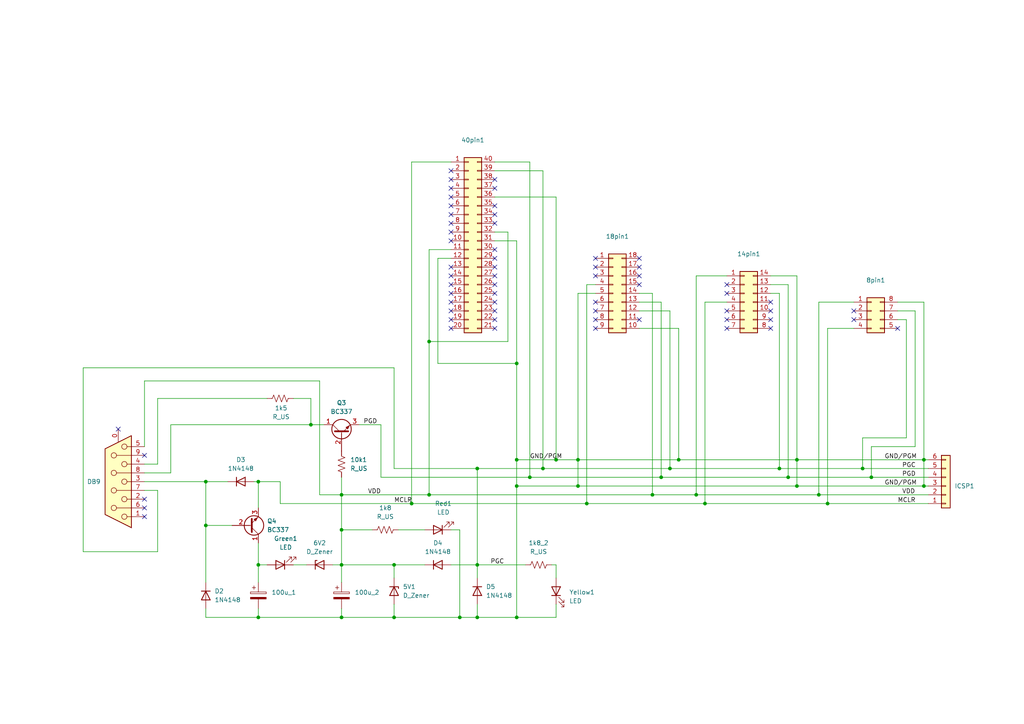
<source format=kicad_sch>
(kicad_sch (version 20231120) (generator "eeschema") (generator_version "8.0")
  (paper "A4")
  (title_block (title "PIC JDM Programmer") (date "2024-07-07") (rev "1") (company "Arthur Melo"))
  (lib_symbols
    (symbol "Connector:DE9_Receptacle_MountingHoles" (pin_names (offset 1.016) hide)
      (property "Reference" "J" (at 0 16.51 0))
      (property "Value" "DE9_Receptacle_MountingHoles" (at 0 14.605 0))
      (symbol "DE9_Receptacle_MountingHoles_0_1"
        (circle (center -1.778 -10.16) (radius 0.762))
        (circle (center -1.778 -5.08) (radius 0.762))
        (circle (center -1.778 0) (radius 0.762))
        (circle (center -1.778 5.08) (radius 0.762))
        (circle (center -1.778 10.16) (radius 0.762))
        (polyline (pts (xy -3.81 -10.16) (xy -2.54 -10.16)))
        (polyline (pts (xy -3.81 -7.62) (xy 0.508 -7.62)))
        (polyline (pts (xy -3.81 -5.08) (xy -2.54 -5.08)))
        (polyline (pts (xy -3.81 -2.54) (xy 0.508 -2.54)))
        (polyline (pts (xy -3.81 0) (xy -2.54 0)))
        (polyline (pts (xy -3.81 2.54) (xy 0.508 2.54)))
        (polyline (pts (xy -3.81 5.08) (xy -2.54 5.08)))
        (polyline (pts (xy -3.81 7.62) (xy 0.508 7.62)))
        (polyline (pts (xy -3.81 10.16) (xy -2.54 10.16)))
        (polyline (pts (xy -3.81 13.335) (xy -3.81 -13.335) (xy 3.81 -9.525) (xy 3.81 9.525) (xy -3.81 13.335)) (stroke (width 0.254)) (fill (type background)))
        (circle (center 1.27 -7.62) (radius 0.762))
        (circle (center 1.27 -2.54) (radius 0.762))
        (circle (center 1.27 2.54) (radius 0.762))
        (circle (center 1.27 7.62) (radius 0.762))
      )
      (symbol "DE9_Receptacle_MountingHoles_1_1"
        (pin passive line (at 0 -15.24 90) (length 3.81) (name "PAD") (number "0"))
        (pin passive line (at -7.62 10.16 0) (length 3.81) (name "1") (number "1"))
        (pin passive line (at -7.62 5.08 0) (length 3.81) (name "2") (number "2"))
        (pin passive line (at -7.62 0 0) (length 3.81) (name "3") (number "3"))
        (pin passive line (at -7.62 -5.08 0) (length 3.81) (name "4") (number "4"))
        (pin passive line (at -7.62 -10.16 0) (length 3.81) (name "5") (number "5"))
        (pin passive line (at -7.62 7.62 0) (length 3.81) (name "6") (number "6"))
        (pin passive line (at -7.62 2.54 0) (length 3.81) (name "7") (number "7"))
        (pin passive line (at -7.62 -2.54 0) (length 3.81) (name "8") (number "8"))
        (pin passive line (at -7.62 -7.62 0) (length 3.81) (name "9") (number "9"))
      )
    )
    (symbol "Connector_Generic:Conn_01x06" (pin_names (offset 1.016) hide)
      (property "Reference" "J" (at 0 7.62 0))
      (property "Value" "Conn_01x06" (at 0 -10.16 0))
      (symbol "Conn_01x06_1_1"
        (rectangle (start -1.27 -7.493) (end 0 -7.747) (stroke (width 0.1524)))
        (rectangle (start -1.27 -4.953) (end 0 -5.207) (stroke (width 0.1524)))
        (rectangle (start -1.27 -2.413) (end 0 -2.667) (stroke (width 0.1524)))
        (rectangle (start -1.27 0.127) (end 0 -0.127) (stroke (width 0.1524)))
        (rectangle (start -1.27 2.667) (end 0 2.413) (stroke (width 0.1524)))
        (rectangle (start -1.27 5.207) (end 0 4.953) (stroke (width 0.1524)))
        (rectangle (start -1.27 6.35) (end 1.27 -8.89) (stroke (width 0.254)) (fill (type background)))
        (pin passive line (at -5.08 5.08 0) (length 3.81) (name "Pin_1") (number "1"))
        (pin passive line (at -5.08 2.54 0) (length 3.81) (name "Pin_2") (number "2"))
        (pin passive line (at -5.08 0 0) (length 3.81) (name "Pin_3") (number "3"))
        (pin passive line (at -5.08 -2.54 0) (length 3.81) (name "Pin_4") (number "4"))
        (pin passive line (at -5.08 -5.08 0) (length 3.81) (name "Pin_5") (number "5"))
        (pin passive line (at -5.08 -7.62 0) (length 3.81) (name "Pin_6") (number "6"))
      )
    )
    (symbol "Connector_Generic:Conn_02x04_Counter_Clockwise" (pin_names (offset 1.016) hide)
      (property "Reference" "J" (at 1.27 5.08 0))
      (property "Value" "Conn_02x04_Counter_Clockwise" (at 1.27 -7.62 0))
      (symbol "Conn_02x04_Counter_Clockwise_1_1"
        (rectangle (start -1.27 -4.953) (end 0 -5.207) (stroke (width 0.1524)))
        (rectangle (start -1.27 -2.413) (end 0 -2.667) (stroke (width 0.1524)))
        (rectangle (start -1.27 0.127) (end 0 -0.127) (stroke (width 0.1524)))
        (rectangle (start -1.27 2.667) (end 0 2.413) (stroke (width 0.1524)))
        (rectangle (start -1.27 3.81) (end 3.81 -6.35) (stroke (width 0.254)) (fill (type background)))
        (rectangle (start 3.81 -4.953) (end 2.54 -5.207) (stroke (width 0.1524)))
        (rectangle (start 3.81 -2.413) (end 2.54 -2.667) (stroke (width 0.1524)))
        (rectangle (start 3.81 0.127) (end 2.54 -0.127) (stroke (width 0.1524)))
        (rectangle (start 3.81 2.667) (end 2.54 2.413) (stroke (width 0.1524)))
        (pin passive line (at -5.08 2.54 0) (length 3.81) (name "Pin_1") (number "1"))
        (pin passive line (at -5.08 0 0) (length 3.81) (name "Pin_2") (number "2"))
        (pin passive line (at -5.08 -2.54 0) (length 3.81) (name "Pin_3") (number "3"))
        (pin passive line (at -5.08 -5.08 0) (length 3.81) (name "Pin_4") (number "4"))
        (pin passive line (at 7.62 -5.08 180) (length 3.81) (name "Pin_5") (number "5"))
        (pin passive line (at 7.62 -2.54 180) (length 3.81) (name "Pin_6") (number "6"))
        (pin passive line (at 7.62 0 180) (length 3.81) (name "Pin_7") (number "7"))
        (pin passive line (at 7.62 2.54 180) (length 3.81) (name "Pin_8") (number "8"))
      )
    )
    (symbol "Connector_Generic:Conn_02x07_Counter_Clockwise" (pin_names (offset 1.016) hide)
      (property "Reference" "J" (at 1.27 10.16 0))
      (property "Value" "Conn_02x07_Counter_Clockwise" (at 1.27 -10.16 0))
      (symbol "Conn_02x07_Counter_Clockwise_1_1"
        (rectangle (start -1.27 -7.493) (end 0 -7.747) (stroke (width 0.1524)))
        (rectangle (start -1.27 -4.953) (end 0 -5.207) (stroke (width 0.1524)))
        (rectangle (start -1.27 -2.413) (end 0 -2.667) (stroke (width 0.1524)))
        (rectangle (start -1.27 0.127) (end 0 -0.127) (stroke (width 0.1524)))
        (rectangle (start -1.27 2.667) (end 0 2.413) (stroke (width 0.1524)))
        (rectangle (start -1.27 5.207) (end 0 4.953) (stroke (width 0.1524)))
        (rectangle (start -1.27 7.747) (end 0 7.493) (stroke (width 0.1524)))
        (rectangle (start -1.27 8.89) (end 3.81 -8.89) (stroke (width 0.254)) (fill (type background)))
        (rectangle (start 3.81 -7.493) (end 2.54 -7.747) (stroke (width 0.1524)))
        (rectangle (start 3.81 -4.953) (end 2.54 -5.207) (stroke (width 0.1524)))
        (rectangle (start 3.81 -2.413) (end 2.54 -2.667) (stroke (width 0.1524)))
        (rectangle (start 3.81 0.127) (end 2.54 -0.127) (stroke (width 0.1524)))
        (rectangle (start 3.81 2.667) (end 2.54 2.413) (stroke (width 0.1524)))
        (rectangle (start 3.81 5.207) (end 2.54 4.953) (stroke (width 0.1524)))
        (rectangle (start 3.81 7.747) (end 2.54 7.493) (stroke (width 0.1524)))
        (pin passive line (at -5.08 7.62 0) (length 3.81) (name "Pin_1") (number "1"))
        (pin passive line (at 7.62 -2.54 180) (length 3.81) (name "Pin_10") (number "10"))
        (pin passive line (at 7.62 0 180) (length 3.81) (name "Pin_11") (number "11"))
        (pin passive line (at 7.62 2.54 180) (length 3.81) (name "Pin_12") (number "12"))
        (pin passive line (at 7.62 5.08 180) (length 3.81) (name "Pin_13") (number "13"))
        (pin passive line (at 7.62 7.62 180) (length 3.81) (name "Pin_14") (number "14"))
        (pin passive line (at -5.08 5.08 0) (length 3.81) (name "Pin_2") (number "2"))
        (pin passive line (at -5.08 2.54 0) (length 3.81) (name "Pin_3") (number "3"))
        (pin passive line (at -5.08 0 0) (length 3.81) (name "Pin_4") (number "4"))
        (pin passive line (at -5.08 -2.54 0) (length 3.81) (name "Pin_5") (number "5"))
        (pin passive line (at -5.08 -5.08 0) (length 3.81) (name "Pin_6") (number "6"))
        (pin passive line (at -5.08 -7.62 0) (length 3.81) (name "Pin_7") (number "7"))
        (pin passive line (at 7.62 -7.62 180) (length 3.81) (name "Pin_8") (number "8"))
        (pin passive line (at 7.62 -5.08 180) (length 3.81) (name "Pin_9") (number "9"))
      )
    )
    (symbol "Connector_Generic:Conn_02x09_Counter_Clockwise" (pin_names (offset 1.016) hide)
      (property "Reference" "J" (at 1.27 12.7 0))
      (property "Value" "Conn_02x09_Counter_Clockwise" (at 1.27 -12.7 0))
      (symbol "Conn_02x09_Counter_Clockwise_1_1"
        (rectangle (start -1.27 -10.033) (end 0 -10.287) (stroke (width 0.1524)))
        (rectangle (start -1.27 -7.493) (end 0 -7.747) (stroke (width 0.1524)))
        (rectangle (start -1.27 -4.953) (end 0 -5.207) (stroke (width 0.1524)))
        (rectangle (start -1.27 -2.413) (end 0 -2.667) (stroke (width 0.1524)))
        (rectangle (start -1.27 0.127) (end 0 -0.127) (stroke (width 0.1524)))
        (rectangle (start -1.27 2.667) (end 0 2.413) (stroke (width 0.1524)))
        (rectangle (start -1.27 5.207) (end 0 4.953) (stroke (width 0.1524)))
        (rectangle (start -1.27 7.747) (end 0 7.493) (stroke (width 0.1524)))
        (rectangle (start -1.27 10.287) (end 0 10.033) (stroke (width 0.1524)))
        (rectangle (start -1.27 11.43) (end 3.81 -11.43) (stroke (width 0.254)) (fill (type background)))
        (rectangle (start 3.81 -10.033) (end 2.54 -10.287) (stroke (width 0.1524)))
        (rectangle (start 3.81 -7.493) (end 2.54 -7.747) (stroke (width 0.1524)))
        (rectangle (start 3.81 -4.953) (end 2.54 -5.207) (stroke (width 0.1524)))
        (rectangle (start 3.81 -2.413) (end 2.54 -2.667) (stroke (width 0.1524)))
        (rectangle (start 3.81 0.127) (end 2.54 -0.127) (stroke (width 0.1524)))
        (rectangle (start 3.81 2.667) (end 2.54 2.413) (stroke (width 0.1524)))
        (rectangle (start 3.81 5.207) (end 2.54 4.953) (stroke (width 0.1524)))
        (rectangle (start 3.81 7.747) (end 2.54 7.493) (stroke (width 0.1524)))
        (rectangle (start 3.81 10.287) (end 2.54 10.033) (stroke (width 0.1524)))
        (pin passive line (at -5.08 10.16 0) (length 3.81) (name "Pin_1") (number "1"))
        (pin passive line (at 7.62 -10.16 180) (length 3.81) (name "Pin_10") (number "10"))
        (pin passive line (at 7.62 -7.62 180) (length 3.81) (name "Pin_11") (number "11"))
        (pin passive line (at 7.62 -5.08 180) (length 3.81) (name "Pin_12") (number "12"))
        (pin passive line (at 7.62 -2.54 180) (length 3.81) (name "Pin_13") (number "13"))
        (pin passive line (at 7.62 0 180) (length 3.81) (name "Pin_14") (number "14"))
        (pin passive line (at 7.62 2.54 180) (length 3.81) (name "Pin_15") (number "15"))
        (pin passive line (at 7.62 5.08 180) (length 3.81) (name "Pin_16") (number "16"))
        (pin passive line (at 7.62 7.62 180) (length 3.81) (name "Pin_17") (number "17"))
        (pin passive line (at 7.62 10.16 180) (length 3.81) (name "Pin_18") (number "18"))
        (pin passive line (at -5.08 7.62 0) (length 3.81) (name "Pin_2") (number "2"))
        (pin passive line (at -5.08 5.08 0) (length 3.81) (name "Pin_3") (number "3"))
        (pin passive line (at -5.08 2.54 0) (length 3.81) (name "Pin_4") (number "4"))
        (pin passive line (at -5.08 0 0) (length 3.81) (name "Pin_5") (number "5"))
        (pin passive line (at -5.08 -2.54 0) (length 3.81) (name "Pin_6") (number "6"))
        (pin passive line (at -5.08 -5.08 0) (length 3.81) (name "Pin_7") (number "7"))
        (pin passive line (at -5.08 -7.62 0) (length 3.81) (name "Pin_8") (number "8"))
        (pin passive line (at -5.08 -10.16 0) (length 3.81) (name "Pin_9") (number "9"))
      )
    )
    (symbol "Connector_Generic:Conn_02x20_Counter_Clockwise" (pin_names (offset 1.016) hide)
      (property "Reference" "J" (at 1.27 25.4 0))
      (property "Value" "Conn_02x20_Counter_Clockwise" (at 1.27 -27.94 0))
      (symbol "Conn_02x20_Counter_Clockwise_1_1"
        (rectangle (start -1.27 -25.273) (end 0 -25.527) (stroke (width 0.1524)))
        (rectangle (start -1.27 -22.733) (end 0 -22.987) (stroke (width 0.1524)))
        (rectangle (start -1.27 -20.193) (end 0 -20.447) (stroke (width 0.1524)))
        (rectangle (start -1.27 -17.653) (end 0 -17.907) (stroke (width 0.1524)))
        (rectangle (start -1.27 -15.113) (end 0 -15.367) (stroke (width 0.1524)))
        (rectangle (start -1.27 -12.573) (end 0 -12.827) (stroke (width 0.1524)))
        (rectangle (start -1.27 -10.033) (end 0 -10.287) (stroke (width 0.1524)))
        (rectangle (start -1.27 -7.493) (end 0 -7.747) (stroke (width 0.1524)))
        (rectangle (start -1.27 -4.953) (end 0 -5.207) (stroke (width 0.1524)))
        (rectangle (start -1.27 -2.413) (end 0 -2.667) (stroke (width 0.1524)))
        (rectangle (start -1.27 0.127) (end 0 -0.127) (stroke (width 0.1524)))
        (rectangle (start -1.27 2.667) (end 0 2.413) (stroke (width 0.1524)))
        (rectangle (start -1.27 5.207) (end 0 4.953) (stroke (width 0.1524)))
        (rectangle (start -1.27 7.747) (end 0 7.493) (stroke (width 0.1524)))
        (rectangle (start -1.27 10.287) (end 0 10.033) (stroke (width 0.1524)))
        (rectangle (start -1.27 12.827) (end 0 12.573) (stroke (width 0.1524)))
        (rectangle (start -1.27 15.367) (end 0 15.113) (stroke (width 0.1524)))
        (rectangle (start -1.27 17.907) (end 0 17.653) (stroke (width 0.1524)))
        (rectangle (start -1.27 20.447) (end 0 20.193) (stroke (width 0.1524)))
        (rectangle (start -1.27 22.987) (end 0 22.733) (stroke (width 0.1524)))
        (rectangle (start -1.27 24.13) (end 3.81 -26.67) (stroke (width 0.254)) (fill (type background)))
        (rectangle (start 3.81 -25.273) (end 2.54 -25.527) (stroke (width 0.1524)))
        (rectangle (start 3.81 -22.733) (end 2.54 -22.987) (stroke (width 0.1524)))
        (rectangle (start 3.81 -20.193) (end 2.54 -20.447) (stroke (width 0.1524)))
        (rectangle (start 3.81 -17.653) (end 2.54 -17.907) (stroke (width 0.1524)))
        (rectangle (start 3.81 -15.113) (end 2.54 -15.367) (stroke (width 0.1524)))
        (rectangle (start 3.81 -12.573) (end 2.54 -12.827) (stroke (width 0.1524)))
        (rectangle (start 3.81 -10.033) (end 2.54 -10.287) (stroke (width 0.1524)))
        (rectangle (start 3.81 -7.493) (end 2.54 -7.747) (stroke (width 0.1524)))
        (rectangle (start 3.81 -4.953) (end 2.54 -5.207) (stroke (width 0.1524)))
        (rectangle (start 3.81 -2.413) (end 2.54 -2.667) (stroke (width 0.1524)))
        (rectangle (start 3.81 0.127) (end 2.54 -0.127) (stroke (width 0.1524)))
        (rectangle (start 3.81 2.667) (end 2.54 2.413) (stroke (width 0.1524)))
        (rectangle (start 3.81 5.207) (end 2.54 4.953) (stroke (width 0.1524)))
        (rectangle (start 3.81 7.747) (end 2.54 7.493) (stroke (width 0.1524)))
        (rectangle (start 3.81 10.287) (end 2.54 10.033) (stroke (width 0.1524)))
        (rectangle (start 3.81 12.827) (end 2.54 12.573) (stroke (width 0.1524)))
        (rectangle (start 3.81 15.367) (end 2.54 15.113) (stroke (width 0.1524)))
        (rectangle (start 3.81 17.907) (end 2.54 17.653) (stroke (width 0.1524)))
        (rectangle (start 3.81 20.447) (end 2.54 20.193) (stroke (width 0.1524)))
        (rectangle (start 3.81 22.987) (end 2.54 22.733) (stroke (width 0.1524)))
        (pin passive line (at -5.08 22.86 0) (length 3.81) (name "Pin_1") (number "1"))
        (pin passive line (at -5.08 0 0) (length 3.81) (name "Pin_10") (number "10"))
        (pin passive line (at -5.08 -2.54 0) (length 3.81) (name "Pin_11") (number "11"))
        (pin passive line (at -5.08 -5.08 0) (length 3.81) (name "Pin_12") (number "12"))
        (pin passive line (at -5.08 -7.62 0) (length 3.81) (name "Pin_13") (number "13"))
        (pin passive line (at -5.08 -10.16 0) (length 3.81) (name "Pin_14") (number "14"))
        (pin passive line (at -5.08 -12.7 0) (length 3.81) (name "Pin_15") (number "15"))
        (pin passive line (at -5.08 -15.24 0) (length 3.81) (name "Pin_16") (number "16"))
        (pin passive line (at -5.08 -17.78 0) (length 3.81) (name "Pin_17") (number "17"))
        (pin passive line (at -5.08 -20.32 0) (length 3.81) (name "Pin_18") (number "18"))
        (pin passive line (at -5.08 -22.86 0) (length 3.81) (name "Pin_19") (number "19"))
        (pin passive line (at -5.08 20.32 0) (length 3.81) (name "Pin_2") (number "2"))
        (pin passive line (at -5.08 -25.4 0) (length 3.81) (name "Pin_20") (number "20"))
        (pin passive line (at 7.62 -25.4 180) (length 3.81) (name "Pin_21") (number "21"))
        (pin passive line (at 7.62 -22.86 180) (length 3.81) (name "Pin_22") (number "22"))
        (pin passive line (at 7.62 -20.32 180) (length 3.81) (name "Pin_23") (number "23"))
        (pin passive line (at 7.62 -17.78 180) (length 3.81) (name "Pin_24") (number "24"))
        (pin passive line (at 7.62 -15.24 180) (length 3.81) (name "Pin_25") (number "25"))
        (pin passive line (at 7.62 -12.7 180) (length 3.81) (name "Pin_26") (number "26"))
        (pin passive line (at 7.62 -10.16 180) (length 3.81) (name "Pin_27") (number "27"))
        (pin passive line (at 7.62 -7.62 180) (length 3.81) (name "Pin_28") (number "28"))
        (pin passive line (at 7.62 -5.08 180) (length 3.81) (name "Pin_29") (number "29"))
        (pin passive line (at -5.08 17.78 0) (length 3.81) (name "Pin_3") (number "3"))
        (pin passive line (at 7.62 -2.54 180) (length 3.81) (name "Pin_30") (number "30"))
        (pin passive line (at 7.62 0 180) (length 3.81) (name "Pin_31") (number "31"))
        (pin passive line (at 7.62 2.54 180) (length 3.81) (name "Pin_32") (number "32"))
        (pin passive line (at 7.62 5.08 180) (length 3.81) (name "Pin_33") (number "33"))
        (pin passive line (at 7.62 7.62 180) (length 3.81) (name "Pin_34") (number "34"))
        (pin passive line (at 7.62 10.16 180) (length 3.81) (name "Pin_35") (number "35"))
        (pin passive line (at 7.62 12.7 180) (length 3.81) (name "Pin_36") (number "36"))
        (pin passive line (at 7.62 15.24 180) (length 3.81) (name "Pin_37") (number "37"))
        (pin passive line (at 7.62 17.78 180) (length 3.81) (name "Pin_38") (number "38"))
        (pin passive line (at 7.62 20.32 180) (length 3.81) (name "Pin_39") (number "39"))
        (pin passive line (at -5.08 15.24 0) (length 3.81) (name "Pin_4") (number "4"))
        (pin passive line (at 7.62 22.86 180) (length 3.81) (name "Pin_40") (number "40"))
        (pin passive line (at -5.08 12.7 0) (length 3.81) (name "Pin_5") (number "5"))
        (pin passive line (at -5.08 10.16 0) (length 3.81) (name "Pin_6") (number "6"))
        (pin passive line (at -5.08 7.62 0) (length 3.81) (name "Pin_7") (number "7"))
        (pin passive line (at -5.08 5.08 0) (length 3.81) (name "Pin_8") (number "8"))
        (pin passive line (at -5.08 2.54 0) (length 3.81) (name "Pin_9") (number "9"))
      )
    )
    (symbol "Device:C_Polarized" (pin_numbers hide) (pin_names (offset 0.254))
      (property "Reference" "C" (at 0.635 2.54 0))
      (property "Value" "C_Polarized" (at 0.635 -2.54 0))
      (symbol "C_Polarized_0_1"
        (rectangle (start -2.286 0.508) (end 2.286 1.016))
        (polyline (pts (xy -1.778 2.286) (xy -0.762 2.286)))
        (polyline (pts (xy -1.27 2.794) (xy -1.27 1.778)))
        (rectangle (start 2.286 -0.508) (end -2.286 -1.016) (fill (type outline)))
      )
      (symbol "C_Polarized_1_1"
        (pin passive line (at 0 3.81 270) (length 2.794) (name "~") (number "1"))
        (pin passive line (at 0 -3.81 90) (length 2.794) (name "~") (number "2"))
      )
    )
    (symbol "Device:D_Zener" (pin_numbers hide) (pin_names (offset 1.016) hide)
      (property "Reference" "D" (at 0 2.54 0))
      (property "Value" "D_Zener" (at 0 -2.54 0))
      (symbol "D_Zener_0_1"
        (polyline (pts (xy 1.27 0) (xy -1.27 0)))
        (polyline (pts (xy -1.27 -1.27) (xy -1.27 1.27) (xy -0.762 1.27)) (stroke (width 0.254)))
        (polyline (pts (xy 1.27 -1.27) (xy 1.27 1.27) (xy -1.27 0) (xy 1.27 -1.27)) (stroke (width 0.254)))
      )
      (symbol "D_Zener_1_1"
        (pin passive line (at -3.81 0 0) (length 2.54) (name "K") (number "1"))
        (pin passive line (at 3.81 0 180) (length 2.54) (name "A") (number "2"))
      )
    )
    (symbol "Device:LED" (pin_numbers hide) (pin_names (offset 1.016) hide)
      (property "Reference" "D" (at 0 2.54 0))
      (property "Value" "LED" (at 0 -2.54 0))
      (symbol "LED_0_1"
        (polyline (pts (xy -1.27 -1.27) (xy -1.27 1.27)) (stroke (width 0.254)))
        (polyline (pts (xy -1.27 0) (xy 1.27 0)))
        (polyline (pts (xy 1.27 -1.27) (xy 1.27 1.27) (xy -1.27 0) (xy 1.27 -1.27)) (stroke (width 0.254)))
        (polyline (pts (xy -3.048 -0.762) (xy -4.572 -2.286) (xy -3.81 -2.286) (xy -4.572 -2.286) (xy -4.572 -1.524)))
        (polyline (pts (xy -1.778 -0.762) (xy -3.302 -2.286) (xy -2.54 -2.286) (xy -3.302 -2.286) (xy -3.302 -1.524)))
      )
      (symbol "LED_1_1"
        (pin passive line (at -3.81 0 0) (length 2.54) (name "K") (number "1"))
        (pin passive line (at 3.81 0 180) (length 2.54) (name "A") (number "2"))
      )
    )
    (symbol "Device:R_US" (pin_numbers hide) (pin_names (offset 0))
      (property "Reference" "R" (at 2.54 0 90))
      (property "Value" "R_US" (at -2.54 0 90))
      (symbol "R_US_0_1"
        (polyline (pts (xy 0 -2.286) (xy 0 -2.54)))
        (polyline (pts (xy 0 2.286) (xy 0 2.54)))
        (polyline (pts (xy 0 -0.762) (xy 1.016 -1.143) (xy 0 -1.524) (xy -1.016 -1.905) (xy 0 -2.286)))
        (polyline (pts (xy 0 0.762) (xy 1.016 0.381) (xy 0 0) (xy -1.016 -0.381) (xy 0 -0.762)))
        (polyline (pts (xy 0 2.286) (xy 1.016 1.905) (xy 0 1.524) (xy -1.016 1.143) (xy 0 0.762)))
      )
      (symbol "R_US_1_1"
        (pin passive line (at 0 3.81 270) (length 1.27) (name "~") (number "1"))
        (pin passive line (at 0 -3.81 90) (length 1.27) (name "~") (number "2"))
      )
    )
    (symbol "Diode:1N4148" (pin_numbers hide) (pin_names hide)
      (property "Reference" "D" (at 0 2.54 0))
      (property "Value" "1N4148" (at 0 -2.54 0))
      (symbol "1N4148_0_1"
        (polyline (pts (xy -1.27 1.27) (xy -1.27 -1.27)) (stroke (width 0.254)))
        (polyline (pts (xy 1.27 0) (xy -1.27 0)))
        (polyline (pts (xy 1.27 1.27) (xy 1.27 -1.27) (xy -1.27 0) (xy 1.27 1.27)) (stroke (width 0.254)))
      )
      (symbol "1N4148_1_1"
        (pin passive line (at -3.81 0 0) (length 2.54) (name "K") (number "1"))
        (pin passive line (at 3.81 0 180) (length 2.54) (name "A") (number "2"))
      )
    )
    (symbol "Transistor_BJT:BC337" (pin_names (offset 0) hide)
      (property "Reference" "Q" (at 5.08 1.905 0))
      (property "Value" "BC337" (at 5.08 0 0))
      (symbol "BC337_0_1"
        (polyline (pts (xy 0 0) (xy 0.635 0)))
        (polyline (pts (xy 0.635 0.635) (xy 2.54 2.54)))
        (polyline (pts (xy 0.635 -0.635) (xy 2.54 -2.54) (xy 2.54 -2.54)))
        (polyline (pts (xy 0.635 1.905) (xy 0.635 -1.905) (xy 0.635 -1.905)) (stroke (width 0.508)))
        (polyline (pts (xy 1.27 -1.778) (xy 1.778 -1.27) (xy 2.286 -2.286) (xy 1.27 -1.778) (xy 1.27 -1.778)) (fill (type outline)))
        (circle (center 1.27 0) (radius 2.8194) (stroke (width 0.254)))
      )
      (symbol "BC337_1_1"
        (pin passive line (at 2.54 5.08 270) (length 2.54) (name "C") (number "1"))
        (pin input line (at -5.08 0 0) (length 5.08) (name "B") (number "2"))
        (pin passive line (at 2.54 -5.08 90) (length 2.54) (name "E") (number "3"))
      )
    )
  )
  (junction (at 153.67 138.43))
  (junction (at 170.18 146.05))
  (junction (at 267.97 133.35))
  (junction (at 114.3 179.07))
  (junction (at 149.86 179.07))
  (junction (at 189.23 143.51))
  (junction (at 231.14 140.97))
  (junction (at 228.6 138.43))
  (junction (at 226.06 135.89))
  (junction (at 138.43 179.07))
  (junction (at 252.73 138.43))
  (junction (at 124.46 143.51))
  (junction (at 194.31 135.89))
  (junction (at 138.43 135.89))
  (junction (at 119.38 146.05))
  (junction (at 149.86 133.35))
  (junction (at 250.19 135.89))
  (junction (at 74.93 179.07))
  (junction (at 231.14 133.35))
  (junction (at 167.64 133.35))
  (junction (at 191.77 138.43))
  (junction (at 240.03 146.05))
  (junction (at 59.69 139.7))
  (junction (at 99.06 143.51))
  (junction (at 167.64 140.97))
  (junction (at 149.86 105.41))
  (junction (at 196.85 133.35))
  (junction (at 201.93 143.51))
  (junction (at 99.06 179.07))
  (junction (at 90.17 123.19))
  (junction (at 74.93 163.83))
  (junction (at 267.97 140.97))
  (junction (at 157.48 135.89))
  (junction (at 149.86 140.97))
  (junction (at 133.35 179.07))
  (junction (at 161.29 133.35))
  (junction (at 99.06 163.83))
  (junction (at 204.47 146.05))
  (junction (at 138.43 163.83))
  (junction (at 237.49 143.51))
  (junction (at 59.69 152.4))
  (junction (at 99.06 153.67))
  (junction (at 74.93 139.7))
  (junction (at 124.46 99.06))
  (junction (at 114.3 163.83))
  (no_connect (at 143.51 87.63))
  (no_connect (at 130.81 67.31))
  (no_connect (at 41.91 149.86))
  (no_connect (at 172.72 90.17))
  (no_connect (at 185.42 82.55))
  (no_connect (at 210.82 92.71))
  (no_connect (at 130.81 49.53))
  (no_connect (at 210.82 95.25))
  (no_connect (at 130.81 92.71))
  (no_connect (at 260.35 95.25))
  (no_connect (at 130.81 82.55))
  (no_connect (at 130.81 59.69))
  (no_connect (at 130.81 54.61))
  (no_connect (at 185.42 92.71))
  (no_connect (at 130.81 90.17))
  (no_connect (at 172.72 87.63))
  (no_connect (at 223.52 92.71))
  (no_connect (at 185.42 74.93))
  (no_connect (at 247.65 90.17))
  (no_connect (at 130.81 80.01))
  (no_connect (at 41.91 144.78))
  (no_connect (at 143.51 92.71))
  (no_connect (at 223.52 87.63))
  (no_connect (at 185.42 77.47))
  (no_connect (at 143.51 59.69))
  (no_connect (at 143.51 72.39))
  (no_connect (at 143.51 90.17))
  (no_connect (at 41.91 132.08))
  (no_connect (at 143.51 74.93))
  (no_connect (at 210.82 90.17))
  (no_connect (at 34.29 124.46))
  (no_connect (at 210.82 82.55))
  (no_connect (at 172.72 77.47))
  (no_connect (at 185.42 80.01))
  (no_connect (at 130.81 69.85))
  (no_connect (at 130.81 52.07))
  (no_connect (at 130.81 85.09))
  (no_connect (at 130.81 87.63))
  (no_connect (at 130.81 77.47))
  (no_connect (at 143.51 95.25))
  (no_connect (at 172.72 92.71))
  (no_connect (at 172.72 80.01))
  (no_connect (at 130.81 64.77))
  (no_connect (at 172.72 74.93))
  (no_connect (at 130.81 62.23))
  (no_connect (at 143.51 85.09))
  (no_connect (at 143.51 62.23))
  (no_connect (at 143.51 54.61))
  (no_connect (at 223.52 95.25))
  (no_connect (at 247.65 92.71))
  (no_connect (at 210.82 85.09))
  (no_connect (at 172.72 95.25))
  (no_connect (at 143.51 52.07))
  (no_connect (at 130.81 95.25))
  (no_connect (at 223.52 90.17))
  (no_connect (at 143.51 64.77))
  (no_connect (at 130.81 57.15))
  (no_connect (at 143.51 80.01))
  (no_connect (at 143.51 82.55))
  (no_connect (at 143.51 77.47))
  (no_connect (at 41.91 147.32))
  (wire (pts (xy 45.72 115.57) (xy 45.72 134.62)))
  (wire (pts (xy 41.91 139.7) (xy 59.69 139.7)))
  (wire (pts (xy 223.52 82.55) (xy 228.6 82.55)))
  (wire (pts (xy 250.19 135.89) (xy 269.24 135.89)))
  (wire (pts (xy 228.6 138.43) (xy 191.77 138.43)))
  (wire (pts (xy 143.51 57.15) (xy 161.29 57.15)))
  (wire (pts (xy 143.51 67.31) (xy 147.32 67.31)))
  (wire (pts (xy 130.81 46.99) (xy 119.38 46.99)))
  (wire (pts (xy 45.72 115.57) (xy 77.47 115.57)))
  (wire (pts (xy 41.91 137.16) (xy 49.53 137.16)))
  (wire (pts (xy 99.06 153.67) (xy 99.06 163.83)))
  (wire (pts (xy 231.14 133.35) (xy 231.14 140.97)))
  (wire (pts (xy 260.35 90.17) (xy 265.43 90.17)))
  (wire (pts (xy 262.89 92.71) (xy 262.89 127)))
  (wire (pts (xy 114.3 135.89) (xy 114.3 106.68)))
  (wire (pts (xy 170.18 82.55) (xy 170.18 146.05)))
  (wire (pts (xy 138.43 167.64) (xy 138.43 163.83)))
  (wire (pts (xy 267.97 87.63) (xy 267.97 133.35)))
  (wire (pts (xy 143.51 49.53) (xy 157.48 49.53)))
  (wire (pts (xy 59.69 139.7) (xy 66.04 139.7)))
  (wire (pts (xy 74.93 163.83) (xy 77.47 163.83)))
  (wire (pts (xy 59.69 139.7) (xy 59.69 152.4)))
  (wire (pts (xy 74.93 139.7) (xy 81.28 139.7)))
  (wire (pts (xy 92.71 143.51) (xy 92.71 110.49)))
  (wire (pts (xy 226.06 85.09) (xy 226.06 135.89)))
  (wire (pts (xy 124.46 72.39) (xy 124.46 99.06)))
  (wire (pts (xy 110.49 123.19) (xy 104.14 123.19)))
  (wire (pts (xy 201.93 80.01) (xy 201.93 143.51)))
  (wire (pts (xy 147.32 67.31) (xy 147.32 99.06)))
  (wire (pts (xy 267.97 133.35) (xy 267.97 140.97)))
  (wire (pts (xy 67.31 152.4) (xy 59.69 152.4)))
  (wire (pts (xy 260.35 87.63) (xy 267.97 87.63)))
  (wire (pts (xy 185.42 90.17) (xy 194.31 90.17)))
  (wire (pts (xy 74.93 176.53) (xy 74.93 179.07)))
  (wire (pts (xy 99.06 176.53) (xy 99.06 179.07)))
  (wire (pts (xy 196.85 95.25) (xy 196.85 133.35)))
  (wire (pts (xy 73.66 139.7) (xy 74.93 139.7)))
  (wire (pts (xy 185.42 85.09) (xy 189.23 85.09)))
  (wire (pts (xy 85.09 163.83) (xy 88.9 163.83)))
  (wire (pts (xy 138.43 175.26) (xy 138.43 179.07)))
  (wire (pts (xy 114.3 135.89) (xy 138.43 135.89)))
  (wire (pts (xy 189.23 85.09) (xy 189.23 143.51)))
  (wire (pts (xy 99.06 138.43) (xy 99.06 143.51)))
  (wire (pts (xy 231.14 140.97) (xy 267.97 140.97)))
  (wire (pts (xy 49.53 123.19) (xy 90.17 123.19)))
  (wire (pts (xy 149.86 69.85) (xy 143.51 69.85)))
  (wire (pts (xy 41.91 110.49) (xy 92.71 110.49)))
  (wire (pts (xy 59.69 152.4) (xy 59.69 168.91)))
  (wire (pts (xy 74.93 139.7) (xy 74.93 147.32)))
  (wire (pts (xy 252.73 138.43) (xy 228.6 138.43)))
  (wire (pts (xy 223.52 85.09) (xy 226.06 85.09)))
  (wire (pts (xy 138.43 179.07) (xy 133.35 179.07)))
  (wire (pts (xy 185.42 87.63) (xy 191.77 87.63)))
  (wire (pts (xy 161.29 163.83) (xy 161.29 167.64)))
  (wire (pts (xy 130.81 74.93) (xy 127 74.93)))
  (wire (pts (xy 133.35 179.07) (xy 114.3 179.07)))
  (wire (pts (xy 74.93 179.07) (xy 99.06 179.07)))
  (wire (pts (xy 265.43 129.54) (xy 252.73 129.54)))
  (wire (pts (xy 161.29 133.35) (xy 167.64 133.35)))
  (wire (pts (xy 49.53 137.16) (xy 49.53 123.19)))
  (wire (pts (xy 149.86 133.35) (xy 149.86 140.97)))
  (wire (pts (xy 138.43 163.83) (xy 152.4 163.83)))
  (wire (pts (xy 59.69 179.07) (xy 74.93 179.07)))
  (wire (pts (xy 41.91 142.24) (xy 45.72 142.24)))
  (wire (pts (xy 269.24 138.43) (xy 252.73 138.43)))
  (wire (pts (xy 194.31 135.89) (xy 226.06 135.89)))
  (wire (pts (xy 167.64 133.35) (xy 167.64 140.97)))
  (wire (pts (xy 114.3 163.83) (xy 123.19 163.83)))
  (wire (pts (xy 191.77 87.63) (xy 191.77 138.43)))
  (wire (pts (xy 237.49 143.51) (xy 269.24 143.51)))
  (wire (pts (xy 149.86 133.35) (xy 161.29 133.35)))
  (wire (pts (xy 119.38 46.99) (xy 119.38 146.05)))
  (wire (pts (xy 130.81 72.39) (xy 124.46 72.39)))
  (wire (pts (xy 133.35 153.67) (xy 133.35 179.07)))
  (wire (pts (xy 194.31 90.17) (xy 194.31 135.89)))
  (wire (pts (xy 267.97 140.97) (xy 269.24 140.97)))
  (wire (pts (xy 223.52 80.01) (xy 231.14 80.01)))
  (wire (pts (xy 226.06 135.89) (xy 250.19 135.89)))
  (wire (pts (xy 99.06 163.83) (xy 99.06 168.91)))
  (wire (pts (xy 240.03 146.05) (xy 269.24 146.05)))
  (wire (pts (xy 240.03 95.25) (xy 240.03 146.05)))
  (wire (pts (xy 191.77 138.43) (xy 153.67 138.43)))
  (wire (pts (xy 138.43 135.89) (xy 157.48 135.89)))
  (wire (pts (xy 157.48 135.89) (xy 194.31 135.89)))
  (wire (pts (xy 231.14 140.97) (xy 167.64 140.97)))
  (wire (pts (xy 161.29 175.26) (xy 161.29 179.07)))
  (wire (pts (xy 153.67 46.99) (xy 153.67 138.43)))
  (wire (pts (xy 250.19 127) (xy 250.19 135.89)))
  (wire (pts (xy 59.69 176.53) (xy 59.69 179.07)))
  (wire (pts (xy 231.14 133.35) (xy 267.97 133.35)))
  (wire (pts (xy 81.28 146.05) (xy 119.38 146.05)))
  (wire (pts (xy 119.38 146.05) (xy 170.18 146.05)))
  (wire (pts (xy 81.28 139.7) (xy 81.28 146.05)))
  (wire (pts (xy 124.46 99.06) (xy 124.46 143.51)))
  (wire (pts (xy 196.85 133.35) (xy 231.14 133.35)))
  (wire (pts (xy 93.98 123.19) (xy 90.17 123.19)))
  (wire (pts (xy 260.35 92.71) (xy 262.89 92.71)))
  (wire (pts (xy 247.65 87.63) (xy 237.49 87.63)))
  (wire (pts (xy 138.43 135.89) (xy 138.43 163.83)))
  (wire (pts (xy 252.73 129.54) (xy 252.73 138.43)))
  (wire (pts (xy 124.46 143.51) (xy 189.23 143.51)))
  (wire (pts (xy 114.3 163.83) (xy 114.3 167.64)))
  (wire (pts (xy 74.93 157.48) (xy 74.93 163.83)))
  (wire (pts (xy 115.57 153.67) (xy 123.19 153.67)))
  (wire (pts (xy 228.6 82.55) (xy 228.6 138.43)))
  (wire (pts (xy 160.02 163.83) (xy 161.29 163.83)))
  (wire (pts (xy 172.72 85.09) (xy 167.64 85.09)))
  (wire (pts (xy 45.72 134.62) (xy 41.91 134.62)))
  (wire (pts (xy 231.14 80.01) (xy 231.14 133.35)))
  (wire (pts (xy 45.72 160.02) (xy 45.72 142.24)))
  (wire (pts (xy 237.49 87.63) (xy 237.49 143.51)))
  (wire (pts (xy 167.64 133.35) (xy 196.85 133.35)))
  (wire (pts (xy 247.65 95.25) (xy 240.03 95.25)))
  (wire (pts (xy 267.97 133.35) (xy 269.24 133.35)))
  (wire (pts (xy 138.43 163.83) (xy 130.81 163.83)))
  (wire (pts (xy 149.86 133.35) (xy 149.86 105.41)))
  (wire (pts (xy 149.86 105.41) (xy 149.86 69.85)))
  (wire (pts (xy 143.51 46.99) (xy 153.67 46.99)))
  (wire (pts (xy 114.3 106.68) (xy 24.13 106.68)))
  (wire (pts (xy 114.3 179.07) (xy 99.06 179.07)))
  (wire (pts (xy 262.89 127) (xy 250.19 127)))
  (wire (pts (xy 41.91 110.49) (xy 41.91 129.54)))
  (wire (pts (xy 189.23 143.51) (xy 201.93 143.51)))
  (wire (pts (xy 149.86 179.07) (xy 138.43 179.07)))
  (wire (pts (xy 161.29 179.07) (xy 149.86 179.07)))
  (wire (pts (xy 149.86 140.97) (xy 149.86 179.07)))
  (wire (pts (xy 110.49 138.43) (xy 110.49 123.19)))
  (wire (pts (xy 201.93 143.51) (xy 237.49 143.51)))
  (wire (pts (xy 127 74.93) (xy 127 105.41)))
  (wire (pts (xy 167.64 140.97) (xy 149.86 140.97)))
  (wire (pts (xy 167.64 85.09) (xy 167.64 133.35)))
  (wire (pts (xy 265.43 90.17) (xy 265.43 129.54)))
  (wire (pts (xy 147.32 99.06) (xy 124.46 99.06)))
  (wire (pts (xy 114.3 175.26) (xy 114.3 179.07)))
  (wire (pts (xy 204.47 87.63) (xy 204.47 146.05)))
  (wire (pts (xy 74.93 168.91) (xy 74.93 163.83)))
  (wire (pts (xy 172.72 82.55) (xy 170.18 82.55)))
  (wire (pts (xy 210.82 87.63) (xy 204.47 87.63)))
  (wire (pts (xy 170.18 146.05) (xy 204.47 146.05)))
  (wire (pts (xy 161.29 57.15) (xy 161.29 133.35)))
  (wire (pts (xy 99.06 163.83) (xy 114.3 163.83)))
  (wire (pts (xy 99.06 143.51) (xy 99.06 153.67)))
  (wire (pts (xy 99.06 153.67) (xy 107.95 153.67)))
  (wire (pts (xy 24.13 160.02) (xy 45.72 160.02)))
  (wire (pts (xy 99.06 143.51) (xy 124.46 143.51)))
  (wire (pts (xy 204.47 146.05) (xy 240.03 146.05)))
  (wire (pts (xy 210.82 80.01) (xy 201.93 80.01)))
  (wire (pts (xy 185.42 95.25) (xy 196.85 95.25)))
  (wire (pts (xy 157.48 49.53) (xy 157.48 135.89)))
  (wire (pts (xy 90.17 115.57) (xy 90.17 123.19)))
  (wire (pts (xy 130.81 153.67) (xy 133.35 153.67)))
  (wire (pts (xy 153.67 138.43) (xy 110.49 138.43)))
  (wire (pts (xy 99.06 143.51) (xy 92.71 143.51)))
  (wire (pts (xy 96.52 163.83) (xy 99.06 163.83)))
  (wire (pts (xy 127 105.41) (xy 149.86 105.41)))
  (wire (pts (xy 24.13 106.68) (xy 24.13 160.02)))
  (wire (pts (xy 85.09 115.57) (xy 90.17 115.57)))
  (label "PGD" (at 105.41 123.19 0))
  (label "PGC" (at 142.24 163.83 0))
  (label "GND{slash}PGM" (at 256.54 140.97 0))
  (label "MCLR" (at 114.3 146.05 0))
  (label "PGC" (at 261.62 135.89 0))
  (label "GND{slash}PGM" (at 256.54 133.35 0))
  (label "VDD" (at 106.68 143.51 0))
  (label "MCLR" (at 260.35 146.05 0))
  (label "VDD" (at 261.62 143.51 0))
  (label "PGD" (at 261.62 138.43 0))
  (label "GND{slash}PGM" (at 153.67 133.35 0))
  (symbol (lib_id "Transistor_BJT:BC337") (at 72.39 152.4 0) (mirror x) (unit 1)
    (property "Reference" "Q4" (at 77.47 151.1299 0) (effects (justify left)))
    (property "Value" "BC337" (at 77.47 153.6699 0) (effects (justify left)))
    (property "Footprint" "Package_TO_SOT_THT:TO-92_Inline" (effects (hide yes)))
    (property "Datasheet" "https://diotec.com/tl_files/diotec/files/pdf/datasheets/bc337.pdf" (effects (hide yes)))
    (property "Description" "0.8A Ic, 45V Vce, NPN Transistor, TO-92" (effects (hide yes)))
  )
  (symbol (lib_id "Device:D_Zener") (at 92.71 163.83 0) (unit 1)
    (property "Reference" "6V2" (at 92.71 157.48 0))
    (property "Value" "D_Zener" (at 92.71 160.02 0))
    (property "Footprint" "Diode_THT:D_A-405_P12.70mm_Horizontal" (effects (hide yes)))
    (property "Description" "Zener diode" (effects (hide yes)))
  )
  (symbol (lib_id "Diode:1N4148") (at 59.69 172.72 270) (unit 1)
    (property "Reference" "D2" (at 62.23 171.4499 90) (effects (justify left)))
    (property "Value" "1N4148" (at 62.23 173.9899 90) (effects (justify left)))
    (property "Footprint" "Diode_THT:D_DO-35_SOD27_P7.62mm_Horizontal" (effects (hide yes)))
    (property "Datasheet" "https://assets.nexperia.com/documents/data-sheet/1N4148_1N4448.pdf" (effects (hide yes)))
    (property "Description" "100V 0.15A standard switching diode, DO-35" (effects (hide yes)))
    (property "Sim.Device" "D" (effects (hide yes)))
    (property "Sim.Pins" "1=K 2=A" (effects (hide yes)))
  )
  (symbol (lib_id "Device:C_Polarized") (at 99.06 172.72 0) (unit 1)
    (property "Reference" "100u_2" (at 102.87 171.8309 0) (effects (justify left)))
    (property "Value" "C_Polarized" (effects (hide yes)))
    (property "Footprint" "Capacitor_THT:CP_Radial_D5.0mm_P2.50mm" (effects (hide yes)))
    (property "Description" "Polarized capacitor" (effects (hide yes)))
  )
  (symbol (lib_id "Connector_Generic:Conn_01x06") (at 274.32 140.97 0) (mirror x) (unit 1)
    (property "Reference" "ICSP1" (at 276.86 140.9701 0) (effects (justify left)))
    (property "Value" "Conn_01x06" (effects (hide yes)))
    (property "Footprint" "Connector_PinHeader_2.54mm:PinHeader_1x06_P2.54mm_Vertical" (effects (hide yes)))
    (property "Description" "Generic connector, single row, 01x06, script generated (kicad-library-utils/schlib/autogen/connector/)" (effects (hide yes)))
  )
  (symbol (lib_id "Connector_Generic:Conn_02x07_Counter_Clockwise") (at 215.9 87.63 0) (unit 1)
    (property "Reference" "14pin1" (at 217.17 73.66 0))
    (property "Value" "Conn_02x07_Counter_Clockwise" (effects (hide yes)))
    (property "Footprint" "Package_DIP:DIP-14_W7.62mm_Socket_LongPads" (effects (hide yes)))
    (property "Description" "Generic connector, double row, 02x07, counter clockwise pin numbering scheme (similar to DIP package numbering), script generated (kicad-library-utils/schlib/autogen/connector/)" (effects (hide yes)))
  )
  (symbol (lib_id "Device:LED") (at 161.29 171.45 90) (unit 1)
    (property "Reference" "Yellow1" (at 165.1 171.7674 90) (effects (justify right)))
    (property "Value" "LED" (at 165.1 174.3074 90) (effects (justify right)))
    (property "Footprint" "LED_THT:LED_D3.0mm" (effects (hide yes)))
    (property "Description" "Light emitting diode" (effects (hide yes)))
  )
  (symbol (lib_id "Transistor_BJT:BC337") (at 99.06 125.73 90) (unit 1)
    (property "Reference" "Q3" (at 99.06 116.84 90))
    (property "Value" "BC337" (at 99.06 119.38 90))
    (property "Footprint" "Package_TO_SOT_THT:TO-92_Inline" (effects (hide yes)))
    (property "Datasheet" "https://diotec.com/tl_files/diotec/files/pdf/datasheets/bc337.pdf" (effects (hide yes)))
    (property "Description" "0.8A Ic, 45V Vce, NPN Transistor, TO-92" (effects (hide yes)))
  )
  (symbol (lib_id "Connector_Generic:Conn_02x20_Counter_Clockwise") (at 135.89 69.85 0) (unit 1)
    (property "Reference" "40pin1" (at 137.16 40.64 0))
    (property "Value" "Conn_02x20_Counter_Clockwise" (effects (hide yes)))
    (property "Footprint" "Package_DIP:DIP-40_W15.24mm_Socket_LongPads" (effects (hide yes)))
    (property "Description" "Generic connector, double row, 02x20, counter clockwise pin numbering scheme (similar to DIP package numbering), script generated (kicad-library-utils/schlib/autogen/connector/)" (effects (hide yes)))
  )
  (symbol (lib_id "Device:R_US") (at 156.21 163.83 90) (unit 1)
    (property "Reference" "1k8_2" (at 156.21 157.48 90))
    (property "Value" "R_US" (at 156.21 160.02 90))
    (property "Footprint" "Resistor_THT:R_Axial_DIN0207_L6.3mm_D2.5mm_P10.16mm_Horizontal" (effects (hide yes)))
    (property "Description" "Resistor, US symbol" (effects (hide yes)))
  )
  (symbol (lib_id "Connector:DE9_Receptacle_MountingHoles") (at 34.29 139.7 180) (unit 1)
    (property "Reference" "DB9" (at 29.21 139.6999 0) (effects (justify left)))
    (property "Value" "DE9_Receptacle_MountingHoles" (effects (hide yes)))
    (property "Footprint" "Connector_Dsub:DSUB-9_Female_Horizontal_P2.77x2.84mm_EdgePinOffset9.90mm_Housed_MountingHolesOffset11.32mm" (effects (hide yes)))
    (property "Datasheet" " ~" (effects (hide yes)))
    (property "Description" "9-pin female receptacle socket D-SUB connector, Mounting Hole" (effects (hide yes)))
  )
  (symbol (lib_id "Connector_Generic:Conn_02x04_Counter_Clockwise") (at 252.73 90.17 0) (unit 1)
    (property "Reference" "8pin1" (at 254 81.28 0))
    (property "Value" "Conn_02x04_Counter_Clockwise" (effects (hide yes)))
    (property "Footprint" "Package_DIP:DIP-8_W7.62mm_Socket_LongPads" (effects (hide yes)))
    (property "Description" "Generic connector, double row, 02x04, counter clockwise pin numbering scheme (similar to DIP package numbering), script generated (kicad-library-utils/schlib/autogen/connector/)" (effects (hide yes)))
  )
  (symbol (lib_id "Diode:1N4148") (at 138.43 171.45 270) (unit 1)
    (property "Reference" "D5" (at 140.97 170.1799 90) (effects (justify left)))
    (property "Value" "1N4148" (at 140.97 172.7199 90) (effects (justify left)))
    (property "Footprint" "Diode_THT:D_DO-35_SOD27_P7.62mm_Horizontal" (effects (hide yes)))
    (property "Datasheet" "https://assets.nexperia.com/documents/data-sheet/1N4148_1N4448.pdf" (effects (hide yes)))
    (property "Description" "100V 0.15A standard switching diode, DO-35" (effects (hide yes)))
    (property "Sim.Device" "D" (effects (hide yes)))
    (property "Sim.Pins" "1=K 2=A" (effects (hide yes)))
  )
  (symbol (lib_id "Device:D_Zener") (at 114.3 171.45 270) (unit 1)
    (property "Reference" "5V1" (at 116.84 170.1799 90) (effects (justify left)))
    (property "Value" "D_Zener" (at 116.84 172.7199 90) (effects (justify left)))
    (property "Footprint" "Diode_THT:D_A-405_P12.70mm_Horizontal" (effects (hide yes)))
    (property "Description" "Zener diode" (effects (hide yes)))
  )
  (symbol (lib_id "Device:C_Polarized") (at 74.93 172.72 0) (unit 1)
    (property "Reference" "100u_1" (at 78.74 171.8309 0) (effects (justify left)))
    (property "Value" "C_Polarized" (effects (hide yes)))
    (property "Footprint" "Capacitor_THT:CP_Radial_D5.0mm_P2.50mm" (effects (hide yes)))
    (property "Description" "Polarized capacitor" (effects (hide yes)))
  )
  (symbol (lib_id "Device:R_US") (at 81.28 115.57 90) (unit 1)
    (property "Reference" "1k5" (at 81.534 118.364 90))
    (property "Value" "R_US" (at 81.534 120.904 90))
    (property "Footprint" "Resistor_THT:R_Axial_DIN0207_L6.3mm_D2.5mm_P10.16mm_Horizontal" (effects (hide yes)))
    (property "Description" "Resistor, US symbol" (effects (hide yes)))
  )
  (symbol (lib_id "Device:R_US") (at 99.06 134.62 0) (unit 1)
    (property "Reference" "10k1" (at 101.6 133.3499 0) (effects (justify left)))
    (property "Value" "R_US" (at 101.6 135.8899 0) (effects (justify left)))
    (property "Footprint" "Resistor_THT:R_Axial_DIN0207_L6.3mm_D2.5mm_P10.16mm_Horizontal" (effects (hide yes)))
    (property "Description" "Resistor, US symbol" (effects (hide yes)))
  )
  (symbol (lib_id "Diode:1N4148") (at 69.85 139.7 0) (unit 1)
    (property "Reference" "D3" (at 69.85 133.35 0))
    (property "Value" "1N4148" (at 69.85 135.89 0))
    (property "Footprint" "Diode_THT:D_DO-35_SOD27_P7.62mm_Horizontal" (effects (hide yes)))
    (property "Datasheet" "https://assets.nexperia.com/documents/data-sheet/1N4148_1N4448.pdf" (effects (hide yes)))
    (property "Description" "100V 0.15A standard switching diode, DO-35" (effects (hide yes)))
    (property "Sim.Device" "D" (effects (hide yes)))
    (property "Sim.Pins" "1=K 2=A" (effects (hide yes)))
  )
  (symbol (lib_id "Device:R_US") (at 111.76 153.67 90) (unit 1)
    (property "Reference" "1k8" (at 111.76 147.32 90))
    (property "Value" "R_US" (at 111.76 149.86 90))
    (property "Footprint" "Resistor_THT:R_Axial_DIN0207_L6.3mm_D2.5mm_P10.16mm_Horizontal" (effects (hide yes)))
    (property "Description" "Resistor, US symbol" (effects (hide yes)))
  )
  (symbol (lib_id "Device:LED") (at 81.28 163.83 180) (unit 1)
    (property "Reference" "Green1" (at 82.8675 156.21 0))
    (property "Value" "LED" (at 82.8675 158.75 0))
    (property "Footprint" "LED_THT:LED_D3.0mm" (effects (hide yes)))
    (property "Description" "Light emitting diode" (effects (hide yes)))
  )
  (symbol (lib_id "Connector_Generic:Conn_02x09_Counter_Clockwise") (at 177.8 85.09 0) (unit 1)
    (property "Reference" "18pin1" (at 179.07 68.58 0))
    (property "Value" "Conn_02x09_Counter_Clockwise" (effects (hide yes)))
    (property "Footprint" "Package_DIP:DIP-18_W7.62mm_Socket_LongPads" (effects (hide yes)))
    (property "Description" "Generic connector, double row, 02x09, counter clockwise pin numbering scheme (similar to DIP package numbering), script generated (kicad-library-utils/schlib/autogen/connector/)" (effects (hide yes)))
  )
  (symbol (lib_id "Device:LED") (at 127 153.67 180) (unit 1)
    (property "Reference" "Red1" (at 128.5875 146.05 0))
    (property "Value" "LED" (at 128.5875 148.59 0))
    (property "Footprint" "LED_THT:LED_D3.0mm" (effects (hide yes)))
    (property "Description" "Light emitting diode" (effects (hide yes)))
  )
  (symbol (lib_id "Diode:1N4148") (at 127 163.83 0) (unit 1)
    (property "Reference" "D4" (at 127 157.48 0))
    (property "Value" "1N4148" (at 127 160.02 0))
    (property "Footprint" "Diode_THT:D_DO-35_SOD27_P7.62mm_Horizontal" (effects (hide yes)))
    (property "Datasheet" "https://assets.nexperia.com/documents/data-sheet/1N4148_1N4448.pdf" (effects (hide yes)))
    (property "Description" "100V 0.15A standard switching diode, DO-35" (effects (hide yes)))
    (property "Sim.Device" "D" (effects (hide yes)))
    (property "Sim.Pins" "1=K 2=A" (effects (hide yes)))
  )
)
</source>
